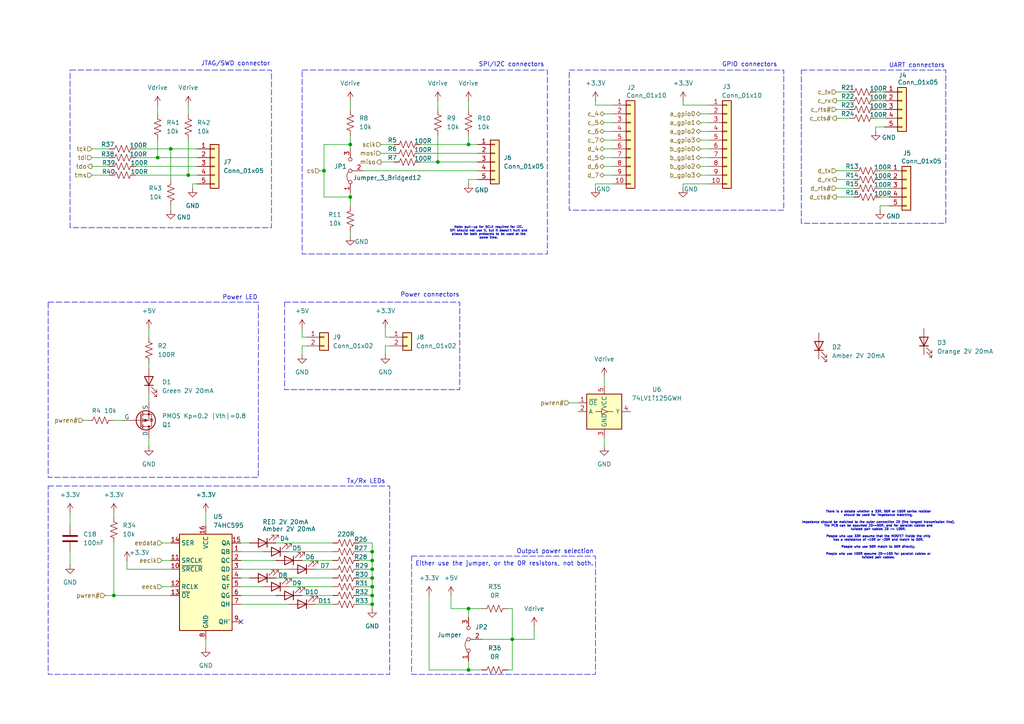
<source format=kicad_sch>
(kicad_sch (version 20250114) (generator "eeschema") (generator_version "9.0")
  (paper "A4")
  (lib_symbols
    (symbol "74xx:74HC595"
      (property "Reference" "U" (at -7.62 13.97 0))
      (property "Value" "74HC595" (at -7.62 -16.51 0))
      (symbol "74HC595_1_0"
        (pin input line (at -10.16 10.16 0) (length 2.54) (name "SER") (number "14"))
        (pin input line (at -10.16 5.08 0) (length 2.54) (name "SRCLK") (number "11"))
        (pin input line (at -10.16 2.54 0) (length 2.54) (name "~{SRCLR}") (number "10"))
        (pin input line (at -10.16 -2.54 0) (length 2.54) (name "RCLK") (number "12"))
        (pin input line (at -10.16 -5.08 0) (length 2.54) (name "~{OE}") (number "13"))
        (pin power_in line (at 0 15.24 270) (length 2.54) (name "VCC") (number "16"))
        (pin power_in line (at 0 -17.78 90) (length 2.54) (name "GND") (number "8"))
        (pin tri_state line (at 10.16 10.16 180) (length 2.54) (name "QA") (number "15"))
        (pin tri_state line (at 10.16 7.62 180) (length 2.54) (name "QB") (number "1"))
        (pin tri_state line (at 10.16 5.08 180) (length 2.54) (name "QC") (number "2"))
        (pin tri_state line (at 10.16 2.54 180) (length 2.54) (name "QD") (number "3"))
        (pin tri_state line (at 10.16 0 180) (length 2.54) (name "QE") (number "4"))
        (pin tri_state line (at 10.16 -2.54 180) (length 2.54) (name "QF") (number "5"))
        (pin tri_state line (at 10.16 -5.08 180) (length 2.54) (name "QG") (number "6"))
        (pin tri_state line (at 10.16 -7.62 180) (length 2.54) (name "QH") (number "7"))
        (pin output line (at 10.16 -12.7 180) (length 2.54) (name "QH'") (number "9"))
      )
    )
    (symbol "Connector_Generic:Conn_01x02" (pin_names (offset 1.016) (hide yes))
      (property "Reference" "J" (at 0 2.54 0))
      (property "Value" "Conn_01x02" (at 0 -5.08 0))
      (symbol "Conn_01x02_1_1"
        (pin passive line (at -5.08 0 0) (length 3.81) (name "Pin_1") (number "1"))
        (pin passive line (at -5.08 -2.54 0) (length 3.81) (name "Pin_2") (number "2"))
      )
    )
    (symbol "Connector_Generic:Conn_01x05" (pin_names (offset 1.016) (hide yes))
      (property "Reference" "J" (at 0 7.62 0))
      (property "Value" "Conn_01x05" (at 0 -7.62 0))
      (symbol "Conn_01x05_1_1"
        (pin passive line (at -5.08 5.08 0) (length 3.81) (name "Pin_1") (number "1"))
        (pin passive line (at -5.08 2.54 0) (length 3.81) (name "Pin_2") (number "2"))
        (pin passive line (at -5.08 0 0) (length 3.81) (name "Pin_3") (number "3"))
        (pin passive line (at -5.08 -2.54 0) (length 3.81) (name "Pin_4") (number "4"))
        (pin passive line (at -5.08 -5.08 0) (length 3.81) (name "Pin_5") (number "5"))
      )
    )
    (symbol "Connector_Generic:Conn_01x10" (pin_names (offset 1.016) (hide yes))
      (property "Reference" "J" (at 0 12.7 0))
      (property "Value" "Conn_01x10" (at 0 -15.24 0))
      (symbol "Conn_01x10_1_1"
        (pin passive line (at -5.08 10.16 0) (length 3.81) (name "Pin_1") (number "1"))
        (pin passive line (at -5.08 7.62 0) (length 3.81) (name "Pin_2") (number "2"))
        (pin passive line (at -5.08 5.08 0) (length 3.81) (name "Pin_3") (number "3"))
        (pin passive line (at -5.08 2.54 0) (length 3.81) (name "Pin_4") (number "4"))
        (pin passive line (at -5.08 0 0) (length 3.81) (name "Pin_5") (number "5"))
        (pin passive line (at -5.08 -2.54 0) (length 3.81) (name "Pin_6") (number "6"))
        (pin passive line (at -5.08 -5.08 0) (length 3.81) (name "Pin_7") (number "7"))
        (pin passive line (at -5.08 -7.62 0) (length 3.81) (name "Pin_8") (number "8"))
        (pin passive line (at -5.08 -10.16 0) (length 3.81) (name "Pin_9") (number "9"))
        (pin passive line (at -5.08 -12.7 0) (length 3.81) (name "Pin_10") (number "10"))
      )
    )
    (symbol "Device:C" (pin_numbers (hide yes)) (pin_names (offset 0.254))
      (property "Reference" "C" (at 0.635 2.54 0))
      (property "Value" "C" (at 0.635 -2.54 0))
      (symbol "C_1_1"
        (pin passive line (at 0 3.81 270) (length 2.794) (name "~") (number "1"))
        (pin passive line (at 0 -3.81 90) (length 2.794) (name "~") (number "2"))
      )
    )
    (symbol "Device:LED" (pin_numbers (hide yes)) (pin_names (offset 1.016) (hide yes))
      (property "Reference" "D" (at 0 2.54 0))
      (property "Value" "LED" (at 0 -2.54 0))
      (symbol "LED_1_1"
        (pin passive line (at -3.81 0 0) (length 2.54) (name "K") (number "1"))
        (pin passive line (at 3.81 0 180) (length 2.54) (name "A") (number "2"))
      )
    )
    (symbol "Device:R_US" (pin_numbers (hide yes)) (pin_names (offset 0))
      (property "Reference" "R" (at 2.54 0 90))
      (property "Value" "R_US" (at -2.54 0 90))
      (symbol "R_US_1_1"
        (pin passive line (at 0 3.81 270) (length 1.27) (name "~") (number "1"))
        (pin passive line (at 0 -3.81 90) (length 1.27) (name "~") (number "2"))
      )
    )
    (symbol "Jumper:Jumper_3_Bridged12" (pin_names (offset 0) (hide yes)) (in_bom no)
      (property "Reference" "JP" (at -2.54 -2.54 0))
      (property "Value" "Jumper_3_Bridged12" (at 0 2.794 0))
      (symbol "Jumper_3_Bridged12_1_1"
        (pin passive line (at -6.35 0 0) (length 2.54) (name "A") (number "1"))
        (pin passive line (at 0 -3.81 90) (length 2.54) (name "C") (number "2"))
        (pin passive line (at 6.35 0 180) (length 2.54) (name "B") (number "3"))
      )
    )
    (symbol "Logic_LevelTranslator:SN74LV1T125DBV"
      (property "Reference" "U" (at 5.08 6.35 0))
      (property "Value" "SN74LV1T125DBV" (at 5.08 3.81 0))
      (symbol "SN74LV1T125DBV_1_1"
        (pin input line (at -7.62 2.54 0) (length 2.54) (name "~{OE}") (number "1"))
        (pin input line (at -7.62 0 0) (length 2.54) (name "A") (number "2"))
        (pin power_in line (at 0 7.62 270) (length 2.54) (name "VCC") (number "5"))
        (pin power_in line (at 0 -7.62 90) (length 2.54) (name "GND") (number "3"))
        (pin output line (at 7.62 0 180) (length 2.54) (name "Y") (number "4"))
      )
    )
    (symbol "Simulation_SPICE:PMOS" (pin_numbers (hide yes)) (pin_names (offset 0))
      (property "Reference" "Q" (at 5.08 1.27 0))
      (property "Value" "PMOS" (at 5.08 -1.27 0))
      (symbol "PMOS_1_1"
        (pin input line (at -5.08 0 0) (length 2.54) (name "G") (number "2"))
        (pin passive line (at 2.54 5.08 270) (length 2.54) (name "D") (number "1"))
        (pin passive line (at 2.54 -5.08 90) (length 2.54) (name "S") (number "3"))
      )
    )
    (symbol "power:+3.3V" (power) (pin_numbers (hide yes)) (pin_names (offset 0) (hide yes))
      (property "Value" "+3.3V" (at 0 3.556 0))
      (symbol "+3.3V_1_1"
        (pin power_in line (at 0 0 90) (length 0) (name "~") (number "1"))
      )
    )
    (symbol "power:+5V" (power) (pin_numbers (hide yes)) (pin_names (offset 0) (hide yes))
      (property "Value" "+5V" (at 0 3.556 0))
      (symbol "+5V_1_1"
        (pin power_in line (at 0 0 90) (length 0) (name "~") (number "1"))
      )
    )
    (symbol "power:GND" (power) (pin_numbers (hide yes)) (pin_names (offset 0) (hide yes))
      (property "Value" "GND" (at 0 -3.81 0))
      (symbol "GND_1_1"
        (pin power_in line (at 0 0 270) (length 0) (name "~") (number "1"))
      )
    )
    (symbol "power:Vdrive" (power) (pin_numbers (hide yes)) (pin_names (offset 0) (hide yes))
      (property "Value" "Vdrive" (at 0 3.556 0))
      (symbol "Vdrive_1_1"
        (pin power_in line (at 0 0 90) (length 0) (name "~") (number "1"))
      )
    )
  )
  (rectangle (start 119.38 161.29) (end 172.72 195.58) (stroke (width 0) (type dash)))
  (rectangle (start 13.97 140.97) (end 113.03 195.58) (stroke (width 0) (type dash)))
  (rectangle (start 20.32 20.32) (end 78.74 66.04) (stroke (width 0) (type dash)))
  (rectangle (start 87.63 20.32) (end 158.75 73.66) (stroke (width 0) (type dash)))
  (rectangle (start 165.1 20.32) (end 227.33 60.96) (stroke (width 0) (type dash)))
  (rectangle (start 82.55 87.63) (end 133.35 113.03) (stroke (width 0) (type dash)))
  (rectangle (start 13.97 87.63) (end 74.93 138.43) (stroke (width 0) (type dash)))
  (rectangle (start 232.41 20.32) (end 274.32 64.77) (stroke (width 0) (type dash)))
  (text "Output power selection" (at 161.036 160.02 0) (effects (font (size 1.27 1.27))))
  (text "GPIO connectors" (at 217.424 18.796 0) (effects (font (size 1.27 1.27))))
  (text "SPI/I2C connectors" (at 148.336 18.796 0) (effects (font (size 1.27 1.27))))
  (text "Tx/Rx LEDs" (at 106.172 139.7 0) (effects (font (size 1.27 1.27))))
  (text "UART connectors" (at 265.938 19.05 0) (effects (font (size 1.27 1.27))))
  (text "JTAG/SWD connector" (at 68.326 18.542 0) (effects (font (size 1.27 1.27))))
  (text "Either use the jumper, or the 0R resistors, not both." (at 146.304 163.576 0) (effects (font (size 1.27 1.27))))
  (text "Power LED" (at 69.596 86.36 0) (effects (font (size 1.27 1.27))))
  (text "Power connectors" (at 124.714 85.598 0) (effects (font (size 1.27 1.27))))
  (text "Note: pull-up for SCLK required for I2C.\nSPI should not use it, but it doesn't hurt and\nallows for both protocols to be used at the\nsame time." (at 141.732 67.564 0) (effects (font (size 0.635 0.635))))
  (text "There is a debate whether a 33R, 50R or 100R series resistor\nshould be used for impedance matching.\n\nImpedance should be matched to the outer connection Z0 (the longest transmission line).\nThe PCB can be assumed Z0~=50R, and for parallel cables and\ntwisted pair cables Z0 ~= 100R.\n\nPeople who use 33R assume that the MOSFET inside the chip\nhas a resistance of ~10R or ~20R and match to 50R.\n\nPeople who use 50R match to 50R directly.\n\nPeople who use 100R assume Z0~=100 for parallel cables or\ntwisted pair cables." (at 254.762 155.194 0) (effects (font (size 0.635 0.635))))
  (junction (at 135.89 194.31))
  (junction (at 54.61 50.8))
  (junction (at 49.53 43.18))
  (junction (at 45.72 45.72))
  (junction (at 107.95 162.56))
  (junction (at 33.02 172.72))
  (junction (at 148.59 185.42))
  (junction (at 107.95 175.26))
  (junction (at 127 46.99))
  (junction (at 135.89 41.91))
  (junction (at 101.6 57.15))
  (junction (at 107.95 165.1))
  (junction (at 135.89 176.53))
  (junction (at 107.95 170.18))
  (junction (at 107.95 167.64))
  (junction (at 93.98 49.53))
  (junction (at 101.6 41.91))
  (junction (at 107.95 160.02))
  (junction (at 107.95 172.72))
  (no_connect (at 69.85 180.34))
  (wire (pts (xy 104.14 162.56) (xy 107.95 162.56)))
  (wire (pts (xy 172.72 53.34) (xy 172.72 54.61)))
  (wire (pts (xy 203.2 40.64) (xy 205.74 40.64)))
  (wire (pts (xy 121.92 44.45) (xy 138.43 44.45)))
  (wire (pts (xy 57.15 53.34) (xy 55.88 53.34)))
  (wire (pts (xy 242.57 57.15) (xy 247.65 57.15)))
  (wire (pts (xy 59.69 185.42) (xy 59.69 187.96)))
  (wire (pts (xy 24.13 121.92) (xy 25.4 121.92)))
  (wire (pts (xy 127 46.99) (xy 138.43 46.99)))
  (wire (pts (xy 101.6 67.31) (xy 101.6 68.58)))
  (wire (pts (xy 110.49 41.91) (xy 114.3 41.91)))
  (wire (pts (xy 33.02 148.59) (xy 33.02 149.86)))
  (wire (pts (xy 69.85 165.1) (xy 83.82 165.1)))
  (wire (pts (xy 242.57 26.67) (xy 246.38 26.67)))
  (wire (pts (xy 139.7 185.42) (xy 148.59 185.42)))
  (wire (pts (xy 198.12 53.34) (xy 198.12 54.61)))
  (wire (pts (xy 135.89 41.91) (xy 138.43 41.91)))
  (wire (pts (xy 69.85 175.26) (xy 83.82 175.26)))
  (wire (pts (xy 257.81 59.69) (xy 255.27 59.69)))
  (wire (pts (xy 255.27 52.07) (xy 257.81 52.07)))
  (wire (pts (xy 127 29.21) (xy 127 31.75)))
  (wire (pts (xy 87.63 97.79) (xy 87.63 95.25)))
  (wire (pts (xy 138.43 52.07) (xy 135.89 52.07)))
  (wire (pts (xy 88.9 97.79) (xy 87.63 97.79)))
  (wire (pts (xy 175.26 35.56) (xy 177.8 35.56)))
  (wire (pts (xy 88.9 100.33) (xy 87.63 100.33)))
  (wire (pts (xy 69.85 170.18) (xy 76.2 170.18)))
  (wire (pts (xy 203.2 35.56) (xy 205.74 35.56)))
  (wire (pts (xy 205.74 30.48) (xy 198.12 30.48)))
  (wire (pts (xy 111.76 97.79) (xy 111.76 95.25)))
  (wire (pts (xy 111.76 100.33) (xy 111.76 102.87)))
  (wire (pts (xy 49.53 43.18) (xy 57.15 43.18)))
  (wire (pts (xy 242.57 52.07) (xy 247.65 52.07)))
  (wire (pts (xy 45.72 45.72) (xy 57.15 45.72)))
  (wire (pts (xy 80.01 167.64) (xy 96.52 167.64)))
  (wire (pts (xy 49.53 172.72) (xy 33.02 172.72)))
  (wire (pts (xy 130.81 172.72) (xy 130.81 176.53)))
  (wire (pts (xy 175.26 45.72) (xy 177.8 45.72)))
  (wire (pts (xy 36.83 162.56) (xy 36.83 165.1)))
  (wire (pts (xy 101.6 55.88) (xy 101.6 57.15)))
  (wire (pts (xy 255.27 49.53) (xy 257.81 49.53)))
  (wire (pts (xy 43.18 105.41) (xy 43.18 106.68)))
  (wire (pts (xy 254 36.83) (xy 254 38.1)))
  (wire (pts (xy 175.26 48.26) (xy 177.8 48.26)))
  (wire (pts (xy 254 31.75) (xy 256.54 31.75)))
  (wire (pts (xy 242.57 29.21) (xy 246.38 29.21)))
  (wire (pts (xy 83.82 170.18) (xy 96.52 170.18)))
  (wire (pts (xy 39.37 45.72) (xy 45.72 45.72)))
  (wire (pts (xy 92.71 49.53) (xy 93.98 49.53)))
  (wire (pts (xy 254 26.67) (xy 256.54 26.67)))
  (wire (pts (xy 135.89 29.21) (xy 135.89 31.75)))
  (wire (pts (xy 198.12 29.21) (xy 198.12 30.48)))
  (wire (pts (xy 104.14 165.1) (xy 107.95 165.1)))
  (wire (pts (xy 104.14 167.64) (xy 107.95 167.64)))
  (wire (pts (xy 87.63 162.56) (xy 96.52 162.56)))
  (wire (pts (xy 107.95 167.64) (xy 107.95 170.18)))
  (wire (pts (xy 43.18 114.3) (xy 43.18 116.84)))
  (wire (pts (xy 172.72 29.21) (xy 172.72 30.48)))
  (wire (pts (xy 80.01 157.48) (xy 96.52 157.48)))
  (wire (pts (xy 104.14 172.72) (xy 107.95 172.72)))
  (wire (pts (xy 69.85 172.72) (xy 80.01 172.72)))
  (wire (pts (xy 101.6 57.15) (xy 93.98 57.15)))
  (wire (pts (xy 87.63 172.72) (xy 96.52 172.72)))
  (wire (pts (xy 107.95 160.02) (xy 107.95 162.56)))
  (wire (pts (xy 175.26 33.02) (xy 177.8 33.02)))
  (wire (pts (xy 54.61 30.48) (xy 54.61 33.02)))
  (wire (pts (xy 101.6 57.15) (xy 101.6 59.69)))
  (wire (pts (xy 45.72 40.64) (xy 45.72 45.72)))
  (wire (pts (xy 107.95 172.72) (xy 107.95 175.26)))
  (wire (pts (xy 255.27 54.61) (xy 257.81 54.61)))
  (wire (pts (xy 49.53 43.18) (xy 49.53 52.07)))
  (wire (pts (xy 105.41 49.53) (xy 138.43 49.53)))
  (wire (pts (xy 83.82 160.02) (xy 96.52 160.02)))
  (wire (pts (xy 20.32 160.02) (xy 20.32 163.83)))
  (wire (pts (xy 135.89 194.31) (xy 139.7 194.31)))
  (wire (pts (xy 147.32 176.53) (xy 148.59 176.53)))
  (wire (pts (xy 175.26 40.64) (xy 177.8 40.64)))
  (wire (pts (xy 175.26 38.1) (xy 177.8 38.1)))
  (wire (pts (xy 87.63 100.33) (xy 87.63 102.87)))
  (wire (pts (xy 55.88 53.34) (xy 55.88 54.61)))
  (wire (pts (xy 107.95 162.56) (xy 107.95 165.1)))
  (wire (pts (xy 91.44 165.1) (xy 96.52 165.1)))
  (wire (pts (xy 242.57 49.53) (xy 247.65 49.53)))
  (wire (pts (xy 46.99 170.18) (xy 49.53 170.18)))
  (wire (pts (xy 93.98 41.91) (xy 101.6 41.91)))
  (wire (pts (xy 39.37 50.8) (xy 54.61 50.8)))
  (wire (pts (xy 242.57 54.61) (xy 247.65 54.61)))
  (wire (pts (xy 104.14 170.18) (xy 107.95 170.18)))
  (wire (pts (xy 26.67 43.18) (xy 31.75 43.18)))
  (wire (pts (xy 124.46 194.31) (xy 135.89 194.31)))
  (wire (pts (xy 147.32 194.31) (xy 148.59 194.31)))
  (wire (pts (xy 33.02 121.92) (xy 35.56 121.92)))
  (wire (pts (xy 203.2 43.18) (xy 205.74 43.18)))
  (wire (pts (xy 101.6 29.21) (xy 101.6 31.75)))
  (wire (pts (xy 135.89 176.53) (xy 139.7 176.53)))
  (wire (pts (xy 69.85 157.48) (xy 72.39 157.48)))
  (wire (pts (xy 254 34.29) (xy 256.54 34.29)))
  (wire (pts (xy 54.61 50.8) (xy 57.15 50.8)))
  (wire (pts (xy 154.94 185.42) (xy 154.94 181.61)))
  (wire (pts (xy 26.67 48.26) (xy 31.75 48.26)))
  (wire (pts (xy 104.14 175.26) (xy 107.95 175.26)))
  (wire (pts (xy 39.37 48.26) (xy 57.15 48.26)))
  (wire (pts (xy 91.44 175.26) (xy 96.52 175.26)))
  (wire (pts (xy 104.14 160.02) (xy 107.95 160.02)))
  (wire (pts (xy 39.37 43.18) (xy 49.53 43.18)))
  (wire (pts (xy 43.18 95.25) (xy 43.18 97.79)))
  (wire (pts (xy 177.8 30.48) (xy 172.72 30.48)))
  (wire (pts (xy 46.99 162.56) (xy 49.53 162.56)))
  (wire (pts (xy 107.95 175.26) (xy 107.95 176.53)))
  (wire (pts (xy 148.59 176.53) (xy 148.59 185.42)))
  (wire (pts (xy 26.67 50.8) (xy 31.75 50.8)))
  (wire (pts (xy 107.95 157.48) (xy 107.95 160.02)))
  (wire (pts (xy 45.72 30.48) (xy 45.72 33.02)))
  (wire (pts (xy 26.67 45.72) (xy 31.75 45.72)))
  (wire (pts (xy 121.92 46.99) (xy 127 46.99)))
  (wire (pts (xy 255.27 57.15) (xy 257.81 57.15)))
  (wire (pts (xy 198.12 53.34) (xy 205.74 53.34)))
  (wire (pts (xy 130.81 176.53) (xy 135.89 176.53)))
  (wire (pts (xy 101.6 41.91) (xy 101.6 39.37)))
  (wire (pts (xy 135.89 52.07) (xy 135.89 53.34)))
  (wire (pts (xy 49.53 165.1) (xy 36.83 165.1)))
  (wire (pts (xy 175.26 50.8) (xy 177.8 50.8)))
  (wire (pts (xy 104.14 157.48) (xy 107.95 157.48)))
  (wire (pts (xy 69.85 167.64) (xy 72.39 167.64)))
  (wire (pts (xy 254 29.21) (xy 256.54 29.21)))
  (wire (pts (xy 93.98 49.53) (xy 93.98 41.91)))
  (wire (pts (xy 113.03 97.79) (xy 111.76 97.79)))
  (wire (pts (xy 46.99 157.48) (xy 49.53 157.48)))
  (wire (pts (xy 165.1 116.84) (xy 167.64 116.84)))
  (wire (pts (xy 175.26 109.22) (xy 175.26 111.76)))
  (wire (pts (xy 93.98 57.15) (xy 93.98 49.53)))
  (wire (pts (xy 172.72 53.34) (xy 177.8 53.34)))
  (wire (pts (xy 110.49 44.45) (xy 114.3 44.45)))
  (wire (pts (xy 175.26 43.18) (xy 177.8 43.18)))
  (wire (pts (xy 135.89 39.37) (xy 135.89 41.91)))
  (wire (pts (xy 107.95 170.18) (xy 107.95 172.72)))
  (wire (pts (xy 33.02 157.48) (xy 33.02 172.72)))
  (wire (pts (xy 203.2 48.26) (xy 205.74 48.26)))
  (wire (pts (xy 242.57 34.29) (xy 246.38 34.29)))
  (wire (pts (xy 148.59 185.42) (xy 154.94 185.42)))
  (wire (pts (xy 124.46 172.72) (xy 124.46 194.31)))
  (wire (pts (xy 175.26 127) (xy 175.26 129.54)))
  (wire (pts (xy 135.89 176.53) (xy 135.89 179.07)))
  (wire (pts (xy 113.03 100.33) (xy 111.76 100.33)))
  (wire (pts (xy 110.49 46.99) (xy 114.3 46.99)))
  (wire (pts (xy 256.54 36.83) (xy 254 36.83)))
  (wire (pts (xy 242.57 31.75) (xy 246.38 31.75)))
  (wire (pts (xy 127 39.37) (xy 127 46.99)))
  (wire (pts (xy 255.27 59.69) (xy 255.27 60.96)))
  (wire (pts (xy 49.53 59.69) (xy 49.53 60.96)))
  (wire (pts (xy 148.59 194.31) (xy 148.59 185.42)))
  (wire (pts (xy 20.32 148.59) (xy 20.32 152.4)))
  (wire (pts (xy 203.2 45.72) (xy 205.74 45.72)))
  (wire (pts (xy 203.2 33.02) (xy 205.74 33.02)))
  (wire (pts (xy 69.85 162.56) (xy 80.01 162.56)))
  (wire (pts (xy 69.85 160.02) (xy 76.2 160.02)))
  (wire (pts (xy 43.18 127) (xy 43.18 129.54)))
  (wire (pts (xy 203.2 50.8) (xy 205.74 50.8)))
  (wire (pts (xy 101.6 41.91) (xy 101.6 43.18)))
  (wire (pts (xy 203.2 38.1) (xy 205.74 38.1)))
  (wire (pts (xy 107.95 165.1) (xy 107.95 167.64)))
  (wire (pts (xy 135.89 194.31) (xy 135.89 191.77)))
  (wire (pts (xy 30.48 172.72) (xy 33.02 172.72)))
  (wire (pts (xy 59.69 148.59) (xy 59.69 152.4)))
  (wire (pts (xy 54.61 40.64) (xy 54.61 50.8)))
  (wire (pts (xy 121.92 41.91) (xy 135.89 41.91)))
  (hierarchical_label "tck" (shape input) (at 26.67 43.18 180))
  (hierarchical_label "pwren#" (shape input) (at 24.13 121.92 180))
  (hierarchical_label "eecs" (shape input) (at 46.99 170.18 180))
  (hierarchical_label "b_gpio3" (shape bidirectional) (at 203.2 50.8 180))
  (hierarchical_label "c_4" (shape bidirectional) (at 175.26 33.02 180))
  (hierarchical_label "d_5" (shape bidirectional) (at 175.26 45.72 180))
  (hierarchical_label "a_gpio3" (shape bidirectional) (at 203.2 40.64 180))
  (hierarchical_label "c_5" (shape bidirectional) (at 175.26 35.56 180))
  (hierarchical_label "mosi" (shape input) (at 110.49 44.45 180))
  (hierarchical_label "d_cts#" (shape output) (at 242.57 57.15 180))
  (hierarchical_label "eeclk" (shape input) (at 46.99 162.56 180))
  (hierarchical_label "d_rx" (shape output) (at 242.57 52.07 180))
  (hierarchical_label "cs" (shape input) (at 92.71 49.53 180))
  (hierarchical_label "sclk" (shape input) (at 110.49 41.91 180))
  (hierarchical_label "c_rts#" (shape input) (at 242.57 31.75 180))
  (hierarchical_label "c_tx" (shape input) (at 242.57 26.67 180))
  (hierarchical_label "c_7" (shape bidirectional) (at 175.26 40.64 180))
  (hierarchical_label "c_rx" (shape output) (at 242.57 29.21 180))
  (hierarchical_label "d_6" (shape bidirectional) (at 175.26 48.26 180))
  (hierarchical_label "tdi" (shape input) (at 26.67 45.72 180))
  (hierarchical_label "c_cts#" (shape output) (at 242.57 34.29 180))
  (hierarchical_label "tdo" (shape output) (at 26.67 48.26 180))
  (hierarchical_label "b_gpio2" (shape bidirectional) (at 203.2 48.26 180))
  (hierarchical_label "d_tx" (shape input) (at 242.57 49.53 180))
  (hierarchical_label "a_gpio2" (shape bidirectional) (at 203.2 38.1 180))
  (hierarchical_label "c_6" (shape bidirectional) (at 175.26 38.1 180))
  (hierarchical_label "d_rts#" (shape input) (at 242.57 54.61 180))
  (hierarchical_label "pwren#" (shape input) (at 165.1 116.84 180))
  (hierarchical_label "b_gpio0" (shape bidirectional) (at 203.2 43.18 180))
  (hierarchical_label "a_gpio1" (shape bidirectional) (at 203.2 35.56 180))
  (hierarchical_label "d_4" (shape bidirectional) (at 175.26 43.18 180))
  (hierarchical_label "pwren#" (shape input) (at 30.48 172.72 180))
  (hierarchical_label "tms" (shape input) (at 26.67 50.8 180))
  (hierarchical_label "b_gpio1" (shape bidirectional) (at 203.2 45.72 180))
  (hierarchical_label "a_gpio0" (shape bidirectional) (at 203.2 33.02 180))
  (hierarchical_label "miso" (shape output) (at 110.49 46.99 180))
  (hierarchical_label "eedata" (shape input) (at 46.99 157.48 180))
  (hierarchical_label "d_7" (shape bidirectional) (at 175.26 50.8 180))
  (symbol (lib_id "Device:R_US") (at 135.89 35.56 0) (unit 1)
    (property "Reference" "R10" (at 138.43 34.2899 0) (effects (justify left)))
    (property "Value" "10k" (at 138.43 36.8299 0) (effects (justify left)))
    (property "Description" "Resistor, US symbol" (effects (hide yes)))
  )
  (symbol (lib_id "Device:LED") (at 80.01 170.18 180) (unit 1)
    (property "Reference" "D9" (at 86.106 169.164 0))
    (property "Value" "Amber 2V 20mA" (effects (hide yes)))
    (property "Datasheet" "https://mm.digikey.com/Volume0/opasdata/d220001/medias/docus/3671/B1911UY--20D000114U1930.pdf" (effects (hide yes)))
    (property "Description" "LED AMBER DIFFUSED 0603 SMD" (effects (hide yes)))
    (property "Sim.Pins" "1=K 2=A" (effects (hide yes)))
    (property "DigiKey" "https://www.digikey.com/en/products/detail/harvatek-corporation/B1911UY-20D000114U1930/15519976" (effects (hide yes)))
    (property "DigiKey P/N" "3147-B1911UY--20D000114U1930CT-ND" (effects (hide yes)))
    (property "Mfr." "Harvatek Corporation" (effects (hide yes)))
    (property "Mfr. P/N" "B1911UY--20D000114U1930" (effects (hide yes)))
  )
  (symbol (lib_id "Device:R_US") (at 43.18 101.6 0) (unit 1)
    (property "Reference" "R2" (at 45.72 100.3299 0) (effects (justify left)))
    (property "Value" "100R" (at 45.72 102.8699 0) (effects (justify left)))
    (property "Description" "Resistor, US symbol" (effects (hide yes)))
  )
  (symbol (lib_id "Device:R_US") (at 143.51 176.53 90) (unit 1)
    (property "Reference" "R35" (at 143.51 170.18 90))
    (property "Value" "0R" (at 143.51 172.72 90))
    (property "Description" "Resistor, US symbol" (effects (hide yes)))
  )
  (symbol (lib_id "Connector_Generic:Conn_01x05") (at 261.62 31.75 0) (unit 1)
    (property "Reference" "J4" (at 260.604 21.844 0) (effects (justify left)))
    (property "Value" "Conn_01x05" (at 260.35 23.876 0) (effects (justify left)))
    (property "Description" "Generic connector, single row, 01x05, script generated (kicad-library-utils/schlib/autogen/connector/)" (effects (hide yes)))
  )
  (symbol (lib_id "Device:R_US") (at 251.46 57.15 90) (unit 1)
    (property "Reference" "R16" (at 247.142 55.88 90))
    (property "Value" "100R" (at 256.032 56.134 90))
    (property "Description" "Resistor, US symbol" (effects (hide yes)))
  )
  (symbol (lib_id "Connector_Generic:Conn_01x05") (at 62.23 48.26 0) (unit 1)
    (property "Reference" "J7" (at 64.77 46.9899 0) (effects (justify left)))
    (property "Value" "Conn_01x05" (at 64.77 49.5299 0) (effects (justify left)))
    (property "Description" "Generic connector, single row, 01x05, script generated (kicad-library-utils/schlib/autogen/connector/)" (effects (hide yes)))
  )
  (symbol (lib_id "power:Vdrive") (at 45.72 30.48 0) (unit 1)
    (property "Reference" "#PWR043" (effects (hide yes)))
    (property "Value" "Vdrive" (at 45.72 25.4 0))
    (property "Description" "Power symbol creates a global label with name \"Vdrive\"" (effects (hide yes)))
  )
  (symbol (lib_id "Device:R_US") (at 100.33 160.02 90) (unit 1)
    (property "Reference" "R27" (at 104.648 159.004 90))
    (property "Value" "220R" (effects (hide yes)))
    (property "Description" "Resistor, US symbol" (effects (hide yes)))
  )
  (symbol (lib_id "Device:R_US") (at 143.51 194.31 90) (unit 1)
    (property "Reference" "R36" (at 143.51 187.96 90))
    (property "Value" "0R" (at 143.51 190.5 90))
    (property "Description" "Resistor, US symbol" (effects (hide yes)))
  )
  (symbol (lib_id "Device:LED") (at 76.2 167.64 180) (unit 1)
    (property "Reference" "D8" (at 82.042 166.878 0))
    (property "Value" "RED 2V 20mA" (effects (hide yes)))
    (property "Datasheet" "https://mm.digikey.com/Volume0/opasdata/d220001/medias/docus/3694/B1911USD-20D000114U1930.pdf" (effects (hide yes)))
    (property "Description" "LED RED DIFFUSED 0603 SMD" (effects (hide yes)))
    (property "Sim.Pins" "1=K 2=A" (effects (hide yes)))
    (property "DigiKey" "https://www.digikey.com/en/products/detail/harvatek-corporation/B1911USD-20D000114U1930/15519991" (effects (hide yes)))
    (property "DigiKey P/N" "3147-B1911USD-20D000114U1930CT-ND" (effects (hide yes)))
    (property "Mfr." "Harvatek Corporation" (effects (hide yes)))
    (property "Mfr. P/N" "B1911USD-20D000114U1930" (effects (hide yes)))
  )
  (symbol (lib_id "Logic_LevelTranslator:SN74LV1T125DBV") (at 175.26 119.38 0) (unit 1)
    (property "Reference" "U6" (at 190.5 112.9598 0))
    (property "Value" "74LV1T125GWH" (at 190.5 115.4998 0))
    (property "Footprint" "Package_TO_SOT_SMD:SOT-23-5" (effects (hide yes)))
    (property "Datasheet" "https://www.ti.com/lit/ds/symlink/sn74lv1t125.pdf" (effects (hide yes)))
    (property "Description" "IC BUFF NON-INVERT 5.5V 5-TSSOP" (effects (hide yes)))
    (property "DigiKey" "https://www.digikey.com/en/products/detail/nexperia-usa-inc/74LV1T125GWH/8276615" (effects (hide yes)))
    (property "DigiKey P/N" "1727-7715-1-ND" (effects (hide yes)))
    (property "Mfr." "Nexperia USA Inc." (effects (hide yes)))
    (property "Mfr. P/N" "74LV1T125GWH" (effects (hide yes)))
  )
  (symbol (lib_id "Device:R_US") (at 100.33 167.64 90) (unit 1)
    (property "Reference" "R30" (at 104.902 166.624 90))
    (property "Value" "220R" (effects (hide yes)))
    (property "Description" "Resistor, US symbol" (effects (hide yes)))
  )
  (symbol (lib_id "power:Vdrive") (at 135.89 29.21 0) (unit 1)
    (property "Reference" "#PWR053" (effects (hide yes)))
    (property "Value" "Vdrive" (at 135.89 24.13 0))
    (property "Description" "Power symbol creates a global label with name \"Vdrive\"" (effects (hide yes)))
  )
  (symbol (lib_id "power:+3.3V") (at 124.46 172.72 0) (unit 1)
    (property "Reference" "#PWR072" (effects (hide yes)))
    (property "Value" "+3.3V" (at 124.46 167.64 0))
    (property "Description" "Power symbol creates a global label with name \"+3.3V\"" (effects (hide yes)))
  )
  (symbol (lib_id "Device:R_US") (at 250.19 34.29 90) (unit 1)
    (property "Reference" "R24" (at 245.872 33.02 90))
    (property "Value" "100R" (at 254.762 33.274 90))
    (property "Description" "Resistor, US symbol" (effects (hide yes)))
  )
  (symbol (lib_id "power:+3.3V") (at 111.76 95.25 0) (unit 1)
    (property "Reference" "#PWR069" (effects (hide yes)))
    (property "Value" "+3.3V" (at 111.76 90.17 0))
    (property "Description" "Power symbol creates a global label with name \"+3.3V\"" (effects (hide yes)))
  )
  (symbol (lib_id "power:GND") (at 175.26 129.54 0) (unit 1)
    (property "Reference" "#PWR089" (effects (hide yes)))
    (property "Value" "GND" (at 175.26 134.62 0))
    (property "Description" "Power symbol creates a global label with name \"GND\" , ground" (effects (hide yes)))
  )
  (symbol (lib_id "power:GND") (at 87.63 102.87 0) (unit 1)
    (property "Reference" "#PWR067" (effects (hide yes)))
    (property "Value" "GND" (at 87.63 107.95 0))
    (property "Description" "Power symbol creates a global label with name \"GND\" , ground" (effects (hide yes)))
  )
  (symbol (lib_id "power:+3.3V") (at 33.02 148.59 0) (unit 1)
    (property "Reference" "#PWR086" (effects (hide yes)))
    (property "Value" "+3.3V" (at 33.02 143.51 0))
    (property "Description" "Power symbol creates a global label with name \"+3.3V\"" (effects (hide yes)))
  )
  (symbol (lib_id "power:+5V") (at 130.81 172.72 0) (unit 1)
    (property "Reference" "#PWR073" (effects (hide yes)))
    (property "Value" "+5V" (at 130.81 167.64 0))
    (property "Description" "Power symbol creates a global label with name \"+5V\"" (effects (hide yes)))
  )
  (symbol (lib_id "Device:R_US") (at 100.33 175.26 90) (unit 1)
    (property "Reference" "R33" (at 104.902 174.244 90))
    (property "Value" "220R" (effects (hide yes)))
    (property "Description" "Resistor, US symbol" (effects (hide yes)))
  )
  (symbol (lib_id "Simulation_SPICE:PMOS") (at 40.64 121.92 0) (mirror x) (unit 1)
    (property "Reference" "Q1" (at 46.99 123.1901 0) (effects (justify left)))
    (property "Value" "PMOS Kp=0.2 |Vth|=0.8" (at 46.99 120.6501 0) (effects (justify left)))
    (property "Datasheet" "https://www.rohm.com/datasheet?p=RZM001P02&dist=Digi-key&media=referral&source=digi-key.com&campaign=Digi-key" (effects (hide yes)))
    (property "Description" "MOSFET P-CH 20V 100MA VMT3" (effects (hide yes)))
    (property "Sim.Device" "PMOS" (effects (hide yes)))
    (property "Sim.Type" "VDMOS" (effects (hide yes)))
    (property "Sim.Pins" "1=D 2=G 3=S" (effects (hide yes)))
    (property "DigiKey" "https://www.digikey.com/en/products/detail/rohm-semiconductor/RZM001P02T2L/5042832" (effects (hide yes)))
    (property "DigiKey P/N" "RZM001P02T2LCT-ND" (effects (hide yes)))
    (property "Mfr." "Rohm Semiconductor" (effects (hide yes)))
    (property "Mfr. P/N" "RZM001P02T2L" (effects (hide yes)))
  )
  (symbol (lib_id "Device:LED") (at 87.63 165.1 180) (unit 1)
    (property "Reference" "D7" (at 94.234 164.084 0))
    (property "Value" "Amber 2V 20mA" (effects (hide yes)))
    (property "Datasheet" "https://mm.digikey.com/Volume0/opasdata/d220001/medias/docus/3671/B1911UY--20D000114U1930.pdf" (effects (hide yes)))
    (property "Description" "LED AMBER DIFFUSED 0603 SMD" (effects (hide yes)))
    (property "Sim.Pins" "1=K 2=A" (effects (hide yes)))
    (property "DigiKey" "https://www.digikey.com/en/products/detail/harvatek-corporation/B1911UY-20D000114U1930/15519976" (effects (hide yes)))
    (property "DigiKey P/N" "3147-B1911UY--20D000114U1930CT-ND" (effects (hide yes)))
    (property "Mfr." "Harvatek Corporation" (effects (hide yes)))
    (property "Mfr. P/N" "B1911UY--20D000114U1930" (effects (hide yes)))
  )
  (symbol (lib_id "Device:R_US") (at 118.11 41.91 90) (unit 1)
    (property "Reference" "R5" (at 113.792 40.64 90))
    (property "Value" "100R" (at 122.682 40.894 90))
    (property "Description" "Resistor, US symbol" (effects (hide yes)))
  )
  (symbol (lib_id "Connector_Generic:Conn_01x05") (at 262.89 54.61 0) (unit 1)
    (property "Reference" "J5" (at 261.874 44.45 0) (effects (justify left)))
    (property "Value" "Conn_01x05" (at 261.366 46.736 0) (effects (justify left)))
    (property "Description" "Generic connector, single row, 01x05, script generated (kicad-library-utils/schlib/autogen/connector/)" (effects (hide yes)))
  )
  (symbol (lib_id "Device:C") (at 20.32 156.21 0) (unit 1)
    (property "Reference" "C18" (at 24.13 154.9399 0) (effects (justify left)))
    (property "Value" "100nF" (at 24.13 157.4799 0) (effects (justify left)))
    (property "Description" "Unpolarized capacitor" (effects (hide yes)))
  )
  (symbol (lib_id "Device:R_US") (at 100.33 162.56 90) (unit 1)
    (property "Reference" "R28" (at 104.648 161.544 90))
    (property "Value" "220R" (effects (hide yes)))
    (property "Description" "Resistor, US symbol" (effects (hide yes)))
  )
  (symbol (lib_id "Device:R_US") (at 127 35.56 0) (unit 1)
    (property "Reference" "R9" (at 129.54 34.2899 0) (effects (justify left)))
    (property "Value" "10k" (at 129.54 36.8299 0) (effects (justify left)))
    (property "Description" "Resistor, US symbol" (effects (hide yes)))
  )
  (symbol (lib_id "74xx:74HC595") (at 59.69 167.64 0) (unit 1)
    (property "Reference" "U5" (at 61.8333 149.86 0) (effects (justify left)))
    (property "Value" "74HC595" (at 61.8333 152.4 0) (effects (justify left)))
    (property "Datasheet" "https://toshiba.semicon-storage.com/info/docget.jsp?did=36768&prodName=74HC595D" (effects (hide yes)))
    (property "Description" "IC SR TRI-STATE 8BIT 16-SOIC" (effects (hide yes)))
    (property "DigiKey" "https://www.digikey.com/en/products/detail/toshiba-semiconductor-and-storage/74HC595D/5879984" (effects (hide yes)))
    (property "DigiKey P/N" "74HC595DCT-ND" (effects (hide yes)))
    (property "Mfr." "Toshiba Semiconductor and Storage" (effects (hide yes)))
    (property "Mfr. P/N" "74HC595D" (effects (hide yes)))
  )
  (symbol (lib_id "Device:R_US") (at 118.11 44.45 90) (unit 1)
    (property "Reference" "R6" (at 113.792 43.18 90))
    (property "Value" "100R" (at 122.682 43.434 90))
    (property "Description" "Resistor, US symbol" (effects (hide yes)))
  )
  (symbol (lib_id "power:GND") (at 43.18 129.54 0) (unit 1)
    (property "Reference" "#PWR011" (effects (hide yes)))
    (property "Value" "GND" (at 43.18 134.62 0))
    (property "Description" "Power symbol creates a global label with name \"GND\" , ground" (effects (hide yes)))
  )
  (symbol (lib_id "power:Vdrive") (at 54.61 30.48 0) (unit 1)
    (property "Reference" "#PWR044" (effects (hide yes)))
    (property "Value" "Vdrive" (at 54.61 25.4 0))
    (property "Description" "Power symbol creates a global label with name \"Vdrive\"" (effects (hide yes)))
  )
  (symbol (lib_id "Device:R_US") (at 54.61 36.83 0) (unit 1)
    (property "Reference" "R42" (at 57.15 35.5599 0) (effects (justify left)))
    (property "Value" "10k" (at 57.15 38.0999 0) (effects (justify left)))
    (property "Description" "Resistor, US symbol" (effects (hide yes)))
  )
  (symbol (lib_id "Device:R_US") (at 35.56 48.26 90) (unit 1)
    (property "Reference" "R39" (at 31.496 47.244 90))
    (property "Value" "100R" (at 40.386 47.244 90))
    (property "Description" "Resistor, US symbol" (effects (hide yes)))
  )
  (symbol (lib_id "power:Vdrive") (at 175.26 109.22 0) (unit 1)
    (property "Reference" "#PWR088" (effects (hide yes)))
    (property "Value" "Vdrive" (at 175.26 104.14 0))
    (property "Description" "Power symbol creates a global label with name \"Vdrive\"" (effects (hide yes)))
  )
  (symbol (lib_id "power:GND") (at 59.69 187.96 0) (unit 1)
    (property "Reference" "#PWR081" (effects (hide yes)))
    (property "Value" "GND" (at 59.69 193.04 0))
    (property "Description" "Power symbol creates a global label with name \"GND\" , ground" (effects (hide yes)))
  )
  (symbol (lib_id "power:GND") (at 55.88 54.61 0) (unit 1)
    (property "Reference" "#PWR042" (effects (hide yes)))
    (property "Value" "GND" (at 55.88 59.69 0))
    (property "Description" "Power symbol creates a global label with name \"GND\" , ground" (effects (hide yes)))
  )
  (symbol (lib_id "Device:R_US") (at 100.33 165.1 90) (unit 1)
    (property "Reference" "R29" (at 104.902 164.084 90))
    (property "Value" "220R" (effects (hide yes)))
    (property "Description" "Resistor, US symbol" (effects (hide yes)))
  )
  (symbol (lib_id "power:GND") (at 255.27 60.96 0) (unit 1)
    (property "Reference" "#PWR046" (effects (hide yes)))
    (property "Value" "GND" (at 259.08 62.738 0))
    (property "Description" "Power symbol creates a global label with name \"GND\" , ground" (effects (hide yes)))
  )
  (symbol (lib_id "Device:LED") (at 83.82 162.56 180) (unit 1)
    (property "Reference" "D6" (at 89.916 161.544 0))
    (property "Value" "RED 2V 20mA" (effects (hide yes)))
    (property "Datasheet" "https://mm.digikey.com/Volume0/opasdata/d220001/medias/docus/3694/B1911USD-20D000114U1930.pdf" (effects (hide yes)))
    (property "Description" "LED RED DIFFUSED 0603 SMD" (effects (hide yes)))
    (property "Sim.Pins" "1=K 2=A" (effects (hide yes)))
    (property "DigiKey" "https://www.digikey.com/en/products/detail/harvatek-corporation/B1911USD-20D000114U1930/15519991" (effects (hide yes)))
    (property "DigiKey P/N" "3147-B1911USD-20D000114U1930CT-ND" (effects (hide yes)))
    (property "Mfr." "Harvatek Corporation" (effects (hide yes)))
    (property "Mfr. P/N" "B1911USD-20D000114U1930" (effects (hide yes)))
  )
  (symbol (lib_id "Device:R_US") (at 101.6 63.5 0) (mirror x) (unit 1)
    (property "Reference" "R11" (at 99.06 62.2299 0) (effects (justify right)))
    (property "Value" "10k" (at 99.06 64.7699 0) (effects (justify right)))
    (property "Description" "Resistor, US symbol" (effects (hide yes)))
  )
  (symbol (lib_id "Device:R_US") (at 49.53 55.88 0) (mirror x) (unit 1)
    (property "Reference" "R43" (at 46.99 54.6099 0) (effects (justify right)))
    (property "Value" "10k" (at 46.99 57.1499 0) (effects (justify right)))
    (property "Description" "Resistor, US symbol" (effects (hide yes)))
  )
  (symbol (lib_id "power:Vdrive") (at 154.94 181.61 0) (unit 1)
    (property "Reference" "#PWR071" (effects (hide yes)))
    (property "Value" "Vdrive" (at 154.94 176.53 0))
    (property "Description" "Power symbol creates a global label with name \"Vdrive\"" (effects (hide yes)))
  )
  (symbol (lib_id "Device:R_US") (at 33.02 153.67 0) (unit 1)
    (property "Reference" "R34" (at 35.56 152.3999 0) (effects (justify left)))
    (property "Value" "10k" (at 35.56 154.9399 0) (effects (justify left)))
    (property "Description" "Resistor, US symbol" (effects (hide yes)))
  )
  (symbol (lib_id "power:GND") (at 111.76 102.87 0) (unit 1)
    (property "Reference" "#PWR068" (effects (hide yes)))
    (property "Value" "GND" (at 111.76 107.95 0))
    (property "Description" "Power symbol creates a global label with name \"GND\" , ground" (effects (hide yes)))
  )
  (symbol (lib_id "power:+5V") (at 87.63 95.25 0) (unit 1)
    (property "Reference" "#PWR070" (effects (hide yes)))
    (property "Value" "+5V" (at 87.63 90.17 0))
    (property "Description" "Power symbol creates a global label with name \"+5V\"" (effects (hide yes)))
  )
  (symbol (lib_id "power:+3.3V") (at 36.83 162.56 0) (unit 1)
    (property "Reference" "#PWR087" (effects (hide yes)))
    (property "Value" "+3.3V" (at 40.386 160.274 0))
    (property "Description" "Power symbol creates a global label with name \"+3.3V\"" (effects (hide yes)))
  )
  (symbol (lib_id "power:GND") (at 254 38.1 0) (unit 1)
    (property "Reference" "#PWR047" (effects (hide yes)))
    (property "Value" "GND" (at 257.81 39.878 0))
    (property "Description" "Power symbol creates a global label with name \"GND\" , ground" (effects (hide yes)))
  )
  (symbol (lib_id "Device:R_US") (at 250.19 29.21 90) (unit 1)
    (property "Reference" "R22" (at 245.872 27.94 90))
    (property "Value" "100R" (at 254.762 28.194 90))
    (property "Description" "Resistor, US symbol" (effects (hide yes)))
  )
  (symbol (lib_id "power:GND") (at 49.53 60.96 0) (unit 1)
    (property "Reference" "#PWR045" (effects (hide yes)))
    (property "Value" "GND" (at 53.34 62.992 0))
    (property "Description" "Power symbol creates a global label with name \"GND\" , ground" (effects (hide yes)))
  )
  (symbol (lib_id "Connector_Generic:Conn_01x05") (at 143.51 46.99 0) (unit 1)
    (property "Reference" "J6" (at 146.05 45.7199 0) (effects (justify left)))
    (property "Value" "Conn_01x05" (at 146.05 48.2599 0) (effects (justify left)))
    (property "Description" "Generic connector, single row, 01x05, script generated (kicad-library-utils/schlib/autogen/connector/)" (effects (hide yes)))
  )
  (symbol (lib_id "power:+5V") (at 43.18 95.25 0) (unit 1)
    (property "Reference" "#PWR012" (effects (hide yes)))
    (property "Value" "+5V" (at 43.18 90.17 0))
    (property "Description" "Power symbol creates a global label with name \"+5V\"" (effects (hide yes)))
  )
  (symbol (lib_id "Jumper:Jumper_3_Bridged12") (at 101.6 49.53 90) (unit 1) (in_bom no)
    (property "Reference" "JP1" (at 100.584 48.26 90) (effects (justify left)))
    (property "Value" "Jumper_3_Bridged12" (at 122.174 51.562 90) (effects (justify left)))
    (property "Description" "Jumper, 3-pole, pins 1+2 closed/bridged" (effects (hide yes)))
  )
  (symbol (lib_id "Device:R_US") (at 250.19 26.67 90) (unit 1)
    (property "Reference" "R21" (at 245.872 25.4 90))
    (property "Value" "100R" (at 254.762 25.654 90))
    (property "Description" "Resistor, US symbol" (effects (hide yes)))
  )
  (symbol (lib_id "power:+3.3V") (at 198.12 29.21 0) (unit 1)
    (property "Reference" "#PWR049" (effects (hide yes)))
    (property "Value" "+3.3V" (at 198.12 24.13 0))
    (property "Description" "Power symbol creates a global label with name \"+3.3V\"" (effects (hide yes)))
  )
  (symbol (lib_id "Device:LED") (at 87.63 175.26 180) (unit 1)
    (property "Reference" "D11" (at 94.234 174.244 0))
    (property "Value" "Amber 2V 20mA" (effects (hide yes)))
    (property "Datasheet" "https://mm.digikey.com/Volume0/opasdata/d220001/medias/docus/3671/B1911UY--20D000114U1930.pdf" (effects (hide yes)))
    (property "Description" "LED AMBER DIFFUSED 0603 SMD" (effects (hide yes)))
    (property "Sim.Pins" "1=K 2=A" (effects (hide yes)))
    (property "DigiKey" "https://www.digikey.com/en/products/detail/harvatek-corporation/B1911UY-20D000114U1930/15519976" (effects (hide yes)))
    (property "DigiKey P/N" "3147-B1911UY--20D000114U1930CT-ND" (effects (hide yes)))
    (property "Mfr." "Harvatek Corporation" (effects (hide yes)))
    (property "Mfr. P/N" "B1911UY--20D000114U1930" (effects (hide yes)))
  )
  (symbol (lib_id "power:GND") (at 198.12 54.61 0) (unit 1)
    (property "Reference" "#PWR041" (effects (hide yes)))
    (property "Value" "GND" (at 200.406 54.864 0))
    (property "Description" "Power symbol creates a global label with name \"GND\" , ground" (effects (hide yes)))
  )
  (symbol (lib_id "Device:LED") (at 43.18 110.49 90) (unit 1)
    (property "Reference" "D1" (at 46.99 110.8074 90) (effects (justify right)))
    (property "Value" "Green 2V 20mA" (at 46.99 113.3474 90) (effects (justify right)))
    (property "Datasheet" "https://mm.digikey.com/Volume0/opasdata/d220001/medias/docus/3563/B1911UYG-20D000114U1930.pdf" (effects (hide yes)))
    (property "Description" "LED YLW-GRN DIFFUSED 0603 SMD" (effects (hide yes)))
    (property "Sim.Pins" "1=K 2=A" (effects (hide yes)))
    (property "DigiKey" "https://www.digikey.com/en/products/detail/harvatek-corporation/B1911UYG-20D000114U1930/15519990" (effects (hide yes)))
    (property "DigiKey P/N" "3147-B1911UYG-20D000114U1930CT-ND" (effects (hide yes)))
    (property "Mfr." "Harvatek Corporation" (effects (hide yes)))
    (property "Mfr. P/N" "B1911UYG-20D000114U1930" (effects (hide yes)))
  )
  (symbol (lib_id "Device:LED") (at 267.97 99.06 90) (unit 1)
    (property "Reference" "D3" (at 271.78 99.3774 90) (effects (justify right)))
    (property "Value" "Orange 2V 20mA" (at 271.78 101.9174 90) (effects (justify right)))
    (property "Datasheet" "https://mm.digikey.com/Volume0/opasdata/d220001/medias/docus/3697/B1911UD--20D001014U1930.pdf" (effects (hide yes)))
    (property "Description" "LED ORANGE DIFFUSED 0603 SMD" (effects (hide yes)))
    (property "Sim.Pins" "1=K 2=A" (effects (hide yes)))
    (property "DigiKey" "https://www.digikey.com/en/products/detail/harvatek-corporation/B1911UD-20D001014U1930/15519993" (effects (hide yes)))
    (property "DigiKey P/N" "3147-B1911UD--20D001014U1930CT-ND" (effects (hide yes)))
    (property "Mfr." "Harvatek Corporation" (effects (hide yes)))
    (property "Mfr. P/N" "B1911UD--20D001014U1930" (effects (hide yes)))
  )
  (symbol (lib_id "Device:R_US") (at 251.46 54.61 90) (unit 1)
    (property "Reference" "R15" (at 247.142 53.34 90))
    (property "Value" "100R" (at 256.032 53.594 90))
    (property "Description" "Resistor, US symbol" (effects (hide yes)))
  )
  (symbol (lib_id "Connector_Generic:Conn_01x10") (at 210.82 40.64 0) (unit 1)
    (property "Reference" "J3" (at 209.55 25.146 0) (effects (justify left)))
    (property "Value" "Conn_01x10" (at 209.296 27.686 0) (effects (justify left)))
    (property "Description" "Generic connector, single row, 01x10, script generated (kicad-library-utils/schlib/autogen/connector/)" (effects (hide yes)))
  )
  (symbol (lib_id "Connector_Generic:Conn_01x10") (at 182.88 40.64 0) (unit 1)
    (property "Reference" "J2" (at 181.864 25.4 0) (effects (justify left)))
    (property "Value" "Conn_01x10" (at 181.61 27.686 0) (effects (justify left)))
    (property "Description" "Generic connector, single row, 01x10, script generated (kicad-library-utils/schlib/autogen/connector/)" (effects (hide yes)))
  )
  (symbol (lib_id "power:Vdrive") (at 127 29.21 0) (unit 1)
    (property "Reference" "#PWR052" (effects (hide yes)))
    (property "Value" "Vdrive" (at 127 24.13 0))
    (property "Description" "Power symbol creates a global label with name \"Vdrive\"" (effects (hide yes)))
  )
  (symbol (lib_id "power:GND") (at 172.72 54.61 0) (unit 1)
    (property "Reference" "#PWR040" (effects (hide yes)))
    (property "Value" "GND" (at 175.006 54.864 0))
    (property "Description" "Power symbol creates a global label with name \"GND\" , ground" (effects (hide yes)))
  )
  (symbol (lib_id "power:GND") (at 101.6 68.58 0) (unit 1)
    (property "Reference" "#PWR054" (effects (hide yes)))
    (property "Value" "GND" (at 104.902 70.104 0))
    (property "Description" "Power symbol creates a global label with name \"GND\" , ground" (effects (hide yes)))
  )
  (symbol (lib_id "Device:LED") (at 237.49 100.33 90) (unit 1)
    (property "Reference" "D2" (at 241.3 100.6474 90) (effects (justify right)))
    (property "Value" "Amber 2V 20mA" (at 241.3 103.1874 90) (effects (justify right)))
    (property "Datasheet" "https://mm.digikey.com/Volume0/opasdata/d220001/medias/docus/3671/B1911UY--20D000114U1930.pdf" (effects (hide yes)))
    (property "Description" "LED AMBER DIFFUSED 0603 SMD" (effects (hide yes)))
    (property "Sim.Pins" "1=K 2=A" (effects (hide yes)))
    (property "DigiKey" "https://www.digikey.com/en/products/detail/harvatek-corporation/B1911UY-20D000114U1930/15519976" (effects (hide yes)))
    (property "DigiKey P/N" "3147-B1911UY--20D000114U1930CT-ND" (effects (hide yes)))
    (property "Mfr." "Harvatek Corporation" (effects (hide yes)))
    (property "Mfr. P/N" "B1911UY--20D000114U1930" (effects (hide yes)))
  )
  (symbol (lib_id "Device:R_US") (at 100.33 157.48 90) (unit 1)
    (property "Reference" "R26" (at 104.648 156.464 90))
    (property "Value" "220R" (at 100.33 154.94 90))
    (property "Description" "Resistor, US symbol" (effects (hide yes)))
  )
  (symbol (lib_id "power:+3.3V") (at 59.69 148.59 0) (unit 1)
    (property "Reference" "#PWR082" (effects (hide yes)))
    (property "Value" "+3.3V" (at 59.69 143.51 0))
    (property "Description" "Power symbol creates a global label with name \"+3.3V\"" (effects (hide yes)))
  )
  (symbol (lib_id "power:+3.3V") (at 172.72 29.21 0) (unit 1)
    (property "Reference" "#PWR048" (effects (hide yes)))
    (property "Value" "+3.3V" (at 172.72 24.13 0))
    (property "Description" "Power symbol creates a global label with name \"+3.3V\"" (effects (hide yes)))
  )
  (symbol (lib_id "Device:R_US") (at 35.56 45.72 90) (unit 1)
    (property "Reference" "R38" (at 31.242 44.704 90))
    (property "Value" "100R" (at 40.132 44.704 90))
    (property "Description" "Resistor, US symbol" (effects (hide yes)))
  )
  (symbol (lib_id "Device:LED") (at 83.82 172.72 180) (unit 1)
    (property "Reference" "D10" (at 90.424 171.704 0))
    (property "Value" "RED 2V 20mA" (effects (hide yes)))
    (property "Datasheet" "https://mm.digikey.com/Volume0/opasdata/d220001/medias/docus/3694/B1911USD-20D000114U1930.pdf" (effects (hide yes)))
    (property "Description" "LED RED DIFFUSED 0603 SMD" (effects (hide yes)))
    (property "Sim.Pins" "1=K 2=A" (effects (hide yes)))
    (property "DigiKey" "https://www.digikey.com/en/products/detail/harvatek-corporation/B1911USD-20D000114U1930/15519991" (effects (hide yes)))
    (property "DigiKey P/N" "3147-B1911USD-20D000114U1930CT-ND" (effects (hide yes)))
    (property "Mfr." "Harvatek Corporation" (effects (hide yes)))
    (property "Mfr. P/N" "B1911USD-20D000114U1930" (effects (hide yes)))
  )
  (symbol (lib_id "Device:R_US") (at 250.19 31.75 90) (unit 1)
    (property "Reference" "R23" (at 245.872 30.48 90))
    (property "Value" "100R" (at 254.762 30.734 90))
    (property "Description" "Resistor, US symbol" (effects (hide yes)))
  )
  (symbol (lib_id "Device:R_US") (at 45.72 36.83 0) (unit 1)
    (property "Reference" "R41" (at 48.26 35.5599 0) (effects (justify left)))
    (property "Value" "10k" (at 48.26 38.0999 0) (effects (justify left)))
    (property "Description" "Resistor, US symbol" (effects (hide yes)))
  )
  (symbol (lib_id "Jumper:Jumper_3_Bridged12") (at 135.89 185.42 90) (unit 1) (in_bom no)
    (property "Reference" "JP2" (at 141.478 181.864 90) (effects (justify left)))
    (property "Value" "Jumper" (at 133.858 184.15 90) (effects (justify left)))
    (property "Description" "Jumper, 3-pole, pins 1+2 closed/bridged" (effects (hide yes)))
  )
  (symbol (lib_id "Device:R_US") (at 118.11 46.99 90) (unit 1)
    (property "Reference" "R7" (at 113.792 45.72 90))
    (property "Value" "100R" (at 122.682 45.974 90))
    (property "Description" "Resistor, US symbol" (effects (hide yes)))
  )
  (symbol (lib_id "Device:R_US") (at 101.6 35.56 0) (unit 1)
    (property "Reference" "R8" (at 104.14 34.2899 0) (effects (justify left)))
    (property "Value" "10k" (at 104.14 36.8299 0) (effects (justify left)))
    (property "Description" "Resistor, US symbol" (effects (hide yes)))
  )
  (symbol (lib_id "Connector_Generic:Conn_01x02") (at 93.98 97.79 0) (unit 1)
    (property "Reference" "J9" (at 96.52 97.7899 0) (effects (justify left)))
    (property "Value" "Conn_01x02" (at 96.52 100.3299 0) (effects (justify left)))
    (property "Description" "Generic connector, single row, 01x02, script generated (kicad-library-utils/schlib/autogen/connector/)" (effects (hide yes)))
  )
  (symbol (lib_id "Device:R_US") (at 251.46 52.07 90) (unit 1)
    (property "Reference" "R14" (at 247.142 50.8 90))
    (property "Value" "100R" (at 256.032 51.054 90))
    (property "Description" "Resistor, US symbol" (effects (hide yes)))
  )
  (symbol (lib_id "power:+3.3V") (at 20.32 148.59 0) (unit 1)
    (property "Reference" "#PWR084" (effects (hide yes)))
    (property "Value" "+3.3V" (at 20.32 143.51 0))
    (property "Description" "Power symbol creates a global label with name \"+3.3V\"" (effects (hide yes)))
  )
  (symbol (lib_id "power:GND") (at 20.32 163.83 0) (unit 1)
    (property "Reference" "#PWR085" (effects (hide yes)))
    (property "Value" "GND" (at 20.32 168.91 0))
    (property "Description" "Power symbol creates a global label with name \"GND\" , ground" (effects (hide yes)))
  )
  (symbol (lib_id "Device:LED") (at 76.2 157.48 180) (unit 1)
    (property "Reference" "D4" (at 82.55 156.21 0))
    (property "Value" "RED 2V 20mA" (at 82.804 151.384 0))
    (property "Datasheet" "https://mm.digikey.com/Volume0/opasdata/d220001/medias/docus/3694/B1911USD-20D000114U1930.pdf" (effects (hide yes)))
    (property "Description" "LED RED DIFFUSED 0603 SMD" (effects (hide yes)))
    (property "Sim.Pins" "1=K 2=A" (effects (hide yes)))
    (property "DigiKey" "https://www.digikey.com/en/products/detail/harvatek-corporation/B1911USD-20D000114U1930/15519991" (effects (hide yes)))
    (property "DigiKey P/N" "3147-B1911USD-20D000114U1930CT-ND" (effects (hide yes)))
    (property "Mfr." "Harvatek Corporation" (effects (hide yes)))
    (property "Mfr. P/N" "B1911USD-20D000114U1930" (effects (hide yes)))
  )
  (symbol (lib_id "Device:R_US") (at 100.33 172.72 90) (unit 1)
    (property "Reference" "R32" (at 104.902 171.704 90))
    (property "Value" "220R" (effects (hide yes)))
    (property "Description" "Resistor, US symbol" (effects (hide yes)))
  )
  (symbol (lib_id "Device:R_US") (at 35.56 43.18 90) (unit 1)
    (property "Reference" "R37" (at 31.242 41.91 90))
    (property "Value" "100R" (at 40.132 42.164 90))
    (property "Description" "Resistor, US symbol" (effects (hide yes)))
  )
  (symbol (lib_id "Device:R_US") (at 251.46 49.53 90) (unit 1)
    (property "Reference" "R13" (at 247.142 48.26 90))
    (property "Value" "100R" (at 256.032 48.514 90))
    (property "Description" "Resistor, US symbol" (effects (hide yes)))
  )
  (symbol (lib_id "Device:R_US") (at 29.21 121.92 90) (unit 1)
    (property "Reference" "R4" (at 27.94 119.126 90))
    (property "Value" "10k" (at 32.004 119.126 90))
    (property "Description" "Resistor, US symbol" (effects (hide yes)))
  )
  (symbol (lib_id "Connector_Generic:Conn_01x02") (at 118.11 97.79 0) (unit 1)
    (property "Reference" "J8" (at 120.65 97.7899 0) (effects (justify left)))
    (property "Value" "Conn_01x02" (at 120.65 100.3299 0) (effects (justify left)))
    (property "Description" "Generic connector, single row, 01x02, script generated (kicad-library-utils/schlib/autogen/connector/)" (effects (hide yes)))
  )
  (symbol (lib_id "Device:LED") (at 80.01 160.02 180) (unit 1)
    (property "Reference" "D5" (at 86.106 159.004 0))
    (property "Value" "Amber 2V 20mA" (at 83.82 153.416 0))
    (property "Datasheet" "https://mm.digikey.com/Volume0/opasdata/d220001/medias/docus/3671/B1911UY--20D000114U1930.pdf" (effects (hide yes)))
    (property "Description" "LED AMBER DIFFUSED 0603 SMD" (effects (hide yes)))
    (property "Sim.Pins" "1=K 2=A" (effects (hide yes)))
    (property "DigiKey" "https://www.digikey.com/en/products/detail/harvatek-corporation/B1911UY-20D000114U1930/15519976" (effects (hide yes)))
    (property "DigiKey P/N" "3147-B1911UY--20D000114U1930CT-ND" (effects (hide yes)))
    (property "Mfr." "Harvatek Corporation" (effects (hide yes)))
    (property "Mfr. P/N" "B1911UY--20D000114U1930" (effects (hide yes)))
  )
  (symbol (lib_id "Device:R_US") (at 35.56 50.8 90) (unit 1)
    (property "Reference" "R40" (at 31.496 49.784 90))
    (property "Value" "100R" (at 40.386 49.784 90))
    (property "Description" "Resistor, US symbol" (effects (hide yes)))
  )
  (symbol (lib_id "Device:R_US") (at 100.33 170.18 90) (unit 1)
    (property "Reference" "R31" (at 104.902 169.164 90))
    (property "Value" "220R" (effects (hide yes)))
    (property "Description" "Resistor, US symbol" (effects (hide yes)))
  )
  (symbol (lib_id "power:Vdrive") (at 101.6 29.21 0) (unit 1)
    (property "Reference" "#PWR051" (effects (hide yes)))
    (property "Value" "Vdrive" (at 101.6 24.13 0))
    (property "Description" "Power symbol creates a global label with name \"Vdrive\"" (effects (hide yes)))
  )
  (symbol (lib_id "power:GND") (at 107.95 176.53 0) (unit 1)
    (property "Reference" "#PWR083" (effects (hide yes)))
    (property "Value" "GND" (at 107.95 181.61 0))
    (property "Description" "Power symbol creates a global label with name \"GND\" , ground" (effects (hide yes)))
  )
  (symbol (lib_id "power:GND") (at 135.89 53.34 0) (unit 1)
    (property "Reference" "#PWR050" (effects (hide yes)))
    (property "Value" "GND" (at 139.7 55.118 0))
    (property "Description" "Power symbol creates a global label with name \"GND\" , ground" (effects (hide yes)))
  )
)
</source>
